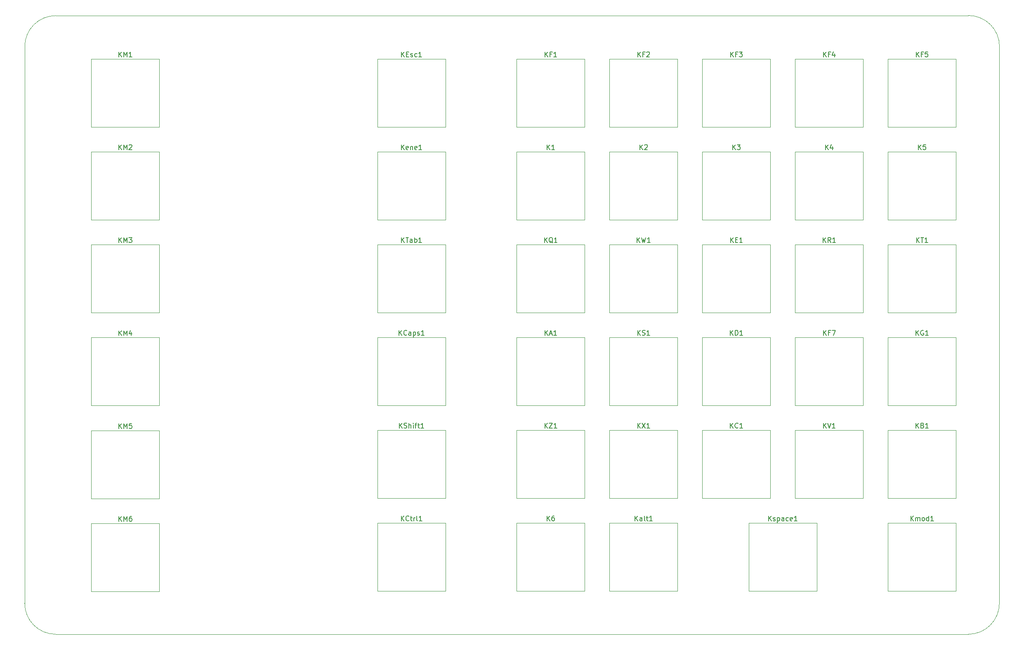
<source format=gto>
G04 #@! TF.GenerationSoftware,KiCad,Pcbnew,5.1.5*
G04 #@! TF.CreationDate,2020-04-06T16:13:34-07:00*
G04 #@! TF.ProjectId,keyboard,6b657962-6f61-4726-942e-6b696361645f,rev?*
G04 #@! TF.SameCoordinates,Original*
G04 #@! TF.FileFunction,Legend,Top*
G04 #@! TF.FilePolarity,Positive*
%FSLAX46Y46*%
G04 Gerber Fmt 4.6, Leading zero omitted, Abs format (unit mm)*
G04 Created by KiCad (PCBNEW 5.1.5) date 2020-04-06 16:13:34*
%MOMM*%
%LPD*%
G04 APERTURE LIST*
%ADD10C,0.120000*%
%ADD11C,0.150000*%
G04 APERTURE END LIST*
D10*
X46736000Y-47688500D02*
G75*
G02X53098700Y-41325800I6362700J0D01*
G01*
X53086000Y-168313100D02*
G75*
G02X46723300Y-161950400I0J6362700D01*
G01*
X246748300Y-161950400D02*
G75*
G02X240385600Y-168313100I-6362700J0D01*
G01*
X240411000Y-41300400D02*
G75*
G02X246773700Y-47663100I0J-6362700D01*
G01*
X246748300Y-161925000D02*
X246748300Y-47625000D01*
X46748700Y-47663100D02*
X46748700Y-162052000D01*
X240411000Y-41313100D02*
X53078380Y-41313100D01*
X53098700Y-168313100D02*
X240398300Y-168313100D01*
X60380880Y-64173100D02*
X60380880Y-50203100D01*
X74350880Y-64173100D02*
X60380880Y-64173100D01*
X74350880Y-50203100D02*
X74350880Y-64173100D01*
X60380880Y-50203100D02*
X74350880Y-50203100D01*
X147692110Y-64173100D02*
X147692110Y-50203100D01*
X161662110Y-64173100D02*
X147692110Y-64173100D01*
X161662110Y-50203100D02*
X161662110Y-64173100D01*
X147692110Y-50203100D02*
X161662110Y-50203100D01*
X147692110Y-83223100D02*
X147692110Y-69253100D01*
X161662110Y-83223100D02*
X147692110Y-83223100D01*
X161662110Y-69253100D02*
X161662110Y-83223100D01*
X147692110Y-69253100D02*
X161662110Y-69253100D01*
X166742110Y-83223100D02*
X166742110Y-69253100D01*
X180712110Y-83223100D02*
X166742110Y-83223100D01*
X180712110Y-69253100D02*
X180712110Y-83223100D01*
X166742110Y-69253100D02*
X180712110Y-69253100D01*
X185792110Y-83223100D02*
X185792110Y-69253100D01*
X199762110Y-83223100D02*
X185792110Y-83223100D01*
X199762110Y-69253100D02*
X199762110Y-83223100D01*
X185792110Y-69253100D02*
X199762110Y-69253100D01*
X204842110Y-83223100D02*
X204842110Y-69253100D01*
X218812110Y-83223100D02*
X204842110Y-83223100D01*
X218812110Y-69253100D02*
X218812110Y-83223100D01*
X204842110Y-69253100D02*
X218812110Y-69253100D01*
X223892110Y-83223100D02*
X223892110Y-69253100D01*
X237862110Y-83223100D02*
X223892110Y-83223100D01*
X237862110Y-69253100D02*
X237862110Y-83223100D01*
X223892110Y-69253100D02*
X237862110Y-69253100D01*
X147692110Y-159423100D02*
X147692110Y-145453100D01*
X161662110Y-159423100D02*
X147692110Y-159423100D01*
X161662110Y-145453100D02*
X161662110Y-159423100D01*
X147692110Y-145453100D02*
X161662110Y-145453100D01*
X166742110Y-159423100D02*
X166742110Y-145453100D01*
X180712110Y-159423100D02*
X166742110Y-159423100D01*
X180712110Y-145453100D02*
X180712110Y-159423100D01*
X166742110Y-145453100D02*
X180712110Y-145453100D01*
X147692110Y-121323100D02*
X147692110Y-107353100D01*
X161662110Y-121323100D02*
X147692110Y-121323100D01*
X161662110Y-107353100D02*
X161662110Y-121323100D01*
X147692110Y-107353100D02*
X161662110Y-107353100D01*
X223892110Y-140373100D02*
X223892110Y-126403100D01*
X237862110Y-140373100D02*
X223892110Y-140373100D01*
X237862110Y-126403100D02*
X237862110Y-140373100D01*
X223892110Y-126403100D02*
X237862110Y-126403100D01*
X185792110Y-140373100D02*
X185792110Y-126403100D01*
X199762110Y-140373100D02*
X185792110Y-140373100D01*
X199762110Y-126403100D02*
X199762110Y-140373100D01*
X185792110Y-126403100D02*
X199762110Y-126403100D01*
X119117110Y-121323100D02*
X119117110Y-107353100D01*
X133087110Y-121323100D02*
X119117110Y-121323100D01*
X133087110Y-107353100D02*
X133087110Y-121323100D01*
X119117110Y-107353100D02*
X133087110Y-107353100D01*
X119117110Y-159423100D02*
X119117110Y-145453100D01*
X133087110Y-159423100D02*
X119117110Y-159423100D01*
X133087110Y-145453100D02*
X133087110Y-159423100D01*
X119117110Y-145453100D02*
X133087110Y-145453100D01*
X185792110Y-121323100D02*
X185792110Y-107353100D01*
X199762110Y-121323100D02*
X185792110Y-121323100D01*
X199762110Y-107353100D02*
X199762110Y-121323100D01*
X185792110Y-107353100D02*
X199762110Y-107353100D01*
X185792110Y-102273100D02*
X185792110Y-88303100D01*
X199762110Y-102273100D02*
X185792110Y-102273100D01*
X199762110Y-88303100D02*
X199762110Y-102273100D01*
X185792110Y-88303100D02*
X199762110Y-88303100D01*
X119117110Y-83223100D02*
X119117110Y-69253100D01*
X133087110Y-83223100D02*
X119117110Y-83223100D01*
X133087110Y-69253100D02*
X133087110Y-83223100D01*
X119117110Y-69253100D02*
X133087110Y-69253100D01*
X119117110Y-64173100D02*
X119117110Y-50203100D01*
X133087110Y-64173100D02*
X119117110Y-64173100D01*
X133087110Y-50203100D02*
X133087110Y-64173100D01*
X119117110Y-50203100D02*
X133087110Y-50203100D01*
X166742110Y-64173100D02*
X166742110Y-50203100D01*
X180712110Y-64173100D02*
X166742110Y-64173100D01*
X180712110Y-50203100D02*
X180712110Y-64173100D01*
X166742110Y-50203100D02*
X180712110Y-50203100D01*
X185792110Y-64173100D02*
X185792110Y-50203100D01*
X199762110Y-64173100D02*
X185792110Y-64173100D01*
X199762110Y-50203100D02*
X199762110Y-64173100D01*
X185792110Y-50203100D02*
X199762110Y-50203100D01*
X204842110Y-64173100D02*
X204842110Y-50203100D01*
X218812110Y-64173100D02*
X204842110Y-64173100D01*
X218812110Y-50203100D02*
X218812110Y-64173100D01*
X204842110Y-50203100D02*
X218812110Y-50203100D01*
X223892110Y-64173100D02*
X223892110Y-50203100D01*
X237862110Y-64173100D02*
X223892110Y-64173100D01*
X237862110Y-50203100D02*
X237862110Y-64173100D01*
X223892110Y-50203100D02*
X237862110Y-50203100D01*
X204842110Y-121323100D02*
X204842110Y-107353100D01*
X218812110Y-121323100D02*
X204842110Y-121323100D01*
X218812110Y-107353100D02*
X218812110Y-121323100D01*
X204842110Y-107353100D02*
X218812110Y-107353100D01*
X223892110Y-121323100D02*
X223892110Y-107353100D01*
X237862110Y-121323100D02*
X223892110Y-121323100D01*
X237862110Y-107353100D02*
X237862110Y-121323100D01*
X223892110Y-107353100D02*
X237862110Y-107353100D01*
X60375800Y-83235800D02*
X60375800Y-69265800D01*
X74345800Y-83235800D02*
X60375800Y-83235800D01*
X74345800Y-69265800D02*
X74345800Y-83235800D01*
X60375800Y-69265800D02*
X74345800Y-69265800D01*
X60375800Y-102298500D02*
X60375800Y-88328500D01*
X74345800Y-102298500D02*
X60375800Y-102298500D01*
X74345800Y-88328500D02*
X74345800Y-102298500D01*
X60375800Y-88328500D02*
X74345800Y-88328500D01*
X60375800Y-121386600D02*
X60375800Y-107416600D01*
X74345800Y-121386600D02*
X60375800Y-121386600D01*
X74345800Y-107416600D02*
X74345800Y-121386600D01*
X60375800Y-107416600D02*
X74345800Y-107416600D01*
X60401200Y-140462000D02*
X60401200Y-126492000D01*
X74371200Y-140462000D02*
X60401200Y-140462000D01*
X74371200Y-126492000D02*
X74371200Y-140462000D01*
X60401200Y-126492000D02*
X74371200Y-126492000D01*
X60401200Y-159512000D02*
X60401200Y-145542000D01*
X74371200Y-159512000D02*
X60401200Y-159512000D01*
X74371200Y-145542000D02*
X74371200Y-159512000D01*
X60401200Y-145542000D02*
X74371200Y-145542000D01*
X147692110Y-102273100D02*
X147692110Y-88303100D01*
X161662110Y-102273100D02*
X147692110Y-102273100D01*
X161662110Y-88303100D02*
X161662110Y-102273100D01*
X147692110Y-88303100D02*
X161662110Y-88303100D01*
X204842110Y-102273100D02*
X204842110Y-88303100D01*
X218812110Y-102273100D02*
X204842110Y-102273100D01*
X218812110Y-88303100D02*
X218812110Y-102273100D01*
X204842110Y-88303100D02*
X218812110Y-88303100D01*
X166742110Y-121323100D02*
X166742110Y-107353100D01*
X180712110Y-121323100D02*
X166742110Y-121323100D01*
X180712110Y-107353100D02*
X180712110Y-121323100D01*
X166742110Y-107353100D02*
X180712110Y-107353100D01*
X119117110Y-140373100D02*
X119117110Y-126403100D01*
X133087110Y-140373100D02*
X119117110Y-140373100D01*
X133087110Y-126403100D02*
X133087110Y-140373100D01*
X119117110Y-126403100D02*
X133087110Y-126403100D01*
X223892110Y-102273100D02*
X223892110Y-88303100D01*
X237862110Y-102273100D02*
X223892110Y-102273100D01*
X237862110Y-88303100D02*
X237862110Y-102273100D01*
X223892110Y-88303100D02*
X237862110Y-88303100D01*
X119117110Y-102273100D02*
X119117110Y-88303100D01*
X133087110Y-102273100D02*
X119117110Y-102273100D01*
X133087110Y-88303100D02*
X133087110Y-102273100D01*
X119117110Y-88303100D02*
X133087110Y-88303100D01*
X204842110Y-140373100D02*
X204842110Y-126403100D01*
X218812110Y-140373100D02*
X204842110Y-140373100D01*
X218812110Y-126403100D02*
X218812110Y-140373100D01*
X204842110Y-126403100D02*
X218812110Y-126403100D01*
X166742110Y-102273100D02*
X166742110Y-88303100D01*
X180712110Y-102273100D02*
X166742110Y-102273100D01*
X180712110Y-88303100D02*
X180712110Y-102273100D01*
X166742110Y-88303100D02*
X180712110Y-88303100D01*
X166742110Y-140373100D02*
X166742110Y-126403100D01*
X180712110Y-140373100D02*
X166742110Y-140373100D01*
X180712110Y-126403100D02*
X180712110Y-140373100D01*
X166742110Y-126403100D02*
X180712110Y-126403100D01*
X147692110Y-140373100D02*
X147692110Y-126403100D01*
X161662110Y-140373100D02*
X147692110Y-140373100D01*
X161662110Y-126403100D02*
X161662110Y-140373100D01*
X147692110Y-126403100D02*
X161662110Y-126403100D01*
X223892110Y-159423100D02*
X223892110Y-145453100D01*
X237862110Y-159423100D02*
X223892110Y-159423100D01*
X237862110Y-145453100D02*
X237862110Y-159423100D01*
X223892110Y-145453100D02*
X237862110Y-145453100D01*
X195317110Y-159423100D02*
X195317110Y-145453100D01*
X209287110Y-159423100D02*
X195317110Y-159423100D01*
X209287110Y-145453100D02*
X209287110Y-159423100D01*
X195317110Y-145453100D02*
X209287110Y-145453100D01*
D11*
X66056356Y-49766480D02*
X66056356Y-48766480D01*
X66627784Y-49766480D02*
X66199213Y-49195052D01*
X66627784Y-48766480D02*
X66056356Y-49337909D01*
X67056356Y-49766480D02*
X67056356Y-48766480D01*
X67389689Y-49480766D01*
X67723022Y-48766480D01*
X67723022Y-49766480D01*
X68723022Y-49766480D02*
X68151594Y-49766480D01*
X68437308Y-49766480D02*
X68437308Y-48766480D01*
X68342070Y-48909338D01*
X68246832Y-49004576D01*
X68151594Y-49052195D01*
X153510443Y-49766480D02*
X153510443Y-48766480D01*
X154081871Y-49766480D02*
X153653300Y-49195052D01*
X154081871Y-48766480D02*
X153510443Y-49337909D01*
X154843776Y-49242671D02*
X154510443Y-49242671D01*
X154510443Y-49766480D02*
X154510443Y-48766480D01*
X154986633Y-48766480D01*
X155891395Y-49766480D02*
X155319967Y-49766480D01*
X155605681Y-49766480D02*
X155605681Y-48766480D01*
X155510443Y-48909338D01*
X155415205Y-49004576D01*
X155319967Y-49052195D01*
X153939014Y-68816480D02*
X153939014Y-67816480D01*
X154510443Y-68816480D02*
X154081871Y-68245052D01*
X154510443Y-67816480D02*
X153939014Y-68387909D01*
X155462824Y-68816480D02*
X154891395Y-68816480D01*
X155177110Y-68816480D02*
X155177110Y-67816480D01*
X155081871Y-67959338D01*
X154986633Y-68054576D01*
X154891395Y-68102195D01*
X172989014Y-68816480D02*
X172989014Y-67816480D01*
X173560443Y-68816480D02*
X173131871Y-68245052D01*
X173560443Y-67816480D02*
X172989014Y-68387909D01*
X173941395Y-67911719D02*
X173989014Y-67864100D01*
X174084252Y-67816480D01*
X174322348Y-67816480D01*
X174417586Y-67864100D01*
X174465205Y-67911719D01*
X174512824Y-68006957D01*
X174512824Y-68102195D01*
X174465205Y-68245052D01*
X173893776Y-68816480D01*
X174512824Y-68816480D01*
X192039014Y-68816480D02*
X192039014Y-67816480D01*
X192610443Y-68816480D02*
X192181871Y-68245052D01*
X192610443Y-67816480D02*
X192039014Y-68387909D01*
X192943776Y-67816480D02*
X193562824Y-67816480D01*
X193229490Y-68197433D01*
X193372348Y-68197433D01*
X193467586Y-68245052D01*
X193515205Y-68292671D01*
X193562824Y-68387909D01*
X193562824Y-68626004D01*
X193515205Y-68721242D01*
X193467586Y-68768861D01*
X193372348Y-68816480D01*
X193086633Y-68816480D01*
X192991395Y-68768861D01*
X192943776Y-68721242D01*
X211089014Y-68816480D02*
X211089014Y-67816480D01*
X211660443Y-68816480D02*
X211231871Y-68245052D01*
X211660443Y-67816480D02*
X211089014Y-68387909D01*
X212517586Y-68149814D02*
X212517586Y-68816480D01*
X212279490Y-67768861D02*
X212041395Y-68483147D01*
X212660443Y-68483147D01*
X230139014Y-68816480D02*
X230139014Y-67816480D01*
X230710443Y-68816480D02*
X230281871Y-68245052D01*
X230710443Y-67816480D02*
X230139014Y-68387909D01*
X231615205Y-67816480D02*
X231139014Y-67816480D01*
X231091395Y-68292671D01*
X231139014Y-68245052D01*
X231234252Y-68197433D01*
X231472348Y-68197433D01*
X231567586Y-68245052D01*
X231615205Y-68292671D01*
X231662824Y-68387909D01*
X231662824Y-68626004D01*
X231615205Y-68721242D01*
X231567586Y-68768861D01*
X231472348Y-68816480D01*
X231234252Y-68816480D01*
X231139014Y-68768861D01*
X231091395Y-68721242D01*
X153939014Y-145016480D02*
X153939014Y-144016480D01*
X154510443Y-145016480D02*
X154081871Y-144445052D01*
X154510443Y-144016480D02*
X153939014Y-144587909D01*
X155367586Y-144016480D02*
X155177110Y-144016480D01*
X155081871Y-144064100D01*
X155034252Y-144111719D01*
X154939014Y-144254576D01*
X154891395Y-144445052D01*
X154891395Y-144826004D01*
X154939014Y-144921242D01*
X154986633Y-144968861D01*
X155081871Y-145016480D01*
X155272348Y-145016480D01*
X155367586Y-144968861D01*
X155415205Y-144921242D01*
X155462824Y-144826004D01*
X155462824Y-144587909D01*
X155415205Y-144492671D01*
X155367586Y-144445052D01*
X155272348Y-144397433D01*
X155081871Y-144397433D01*
X154986633Y-144445052D01*
X154939014Y-144492671D01*
X154891395Y-144587909D01*
X171989014Y-145016480D02*
X171989014Y-144016480D01*
X172560443Y-145016480D02*
X172131871Y-144445052D01*
X172560443Y-144016480D02*
X171989014Y-144587909D01*
X173417586Y-145016480D02*
X173417586Y-144492671D01*
X173369967Y-144397433D01*
X173274729Y-144349814D01*
X173084252Y-144349814D01*
X172989014Y-144397433D01*
X173417586Y-144968861D02*
X173322348Y-145016480D01*
X173084252Y-145016480D01*
X172989014Y-144968861D01*
X172941395Y-144873623D01*
X172941395Y-144778385D01*
X172989014Y-144683147D01*
X173084252Y-144635528D01*
X173322348Y-144635528D01*
X173417586Y-144587909D01*
X174036633Y-145016480D02*
X173941395Y-144968861D01*
X173893776Y-144873623D01*
X173893776Y-144016480D01*
X174274729Y-144349814D02*
X174655681Y-144349814D01*
X174417586Y-144016480D02*
X174417586Y-144873623D01*
X174465205Y-144968861D01*
X174560443Y-145016480D01*
X174655681Y-145016480D01*
X175512824Y-145016480D02*
X174941395Y-145016480D01*
X175227110Y-145016480D02*
X175227110Y-144016480D01*
X175131871Y-144159338D01*
X175036633Y-144254576D01*
X174941395Y-144302195D01*
X153510443Y-106916480D02*
X153510443Y-105916480D01*
X154081871Y-106916480D02*
X153653300Y-106345052D01*
X154081871Y-105916480D02*
X153510443Y-106487909D01*
X154462824Y-106630766D02*
X154939014Y-106630766D01*
X154367586Y-106916480D02*
X154700919Y-105916480D01*
X155034252Y-106916480D01*
X155891395Y-106916480D02*
X155319967Y-106916480D01*
X155605681Y-106916480D02*
X155605681Y-105916480D01*
X155510443Y-106059338D01*
X155415205Y-106154576D01*
X155319967Y-106202195D01*
X229639014Y-125966480D02*
X229639014Y-124966480D01*
X230210443Y-125966480D02*
X229781871Y-125395052D01*
X230210443Y-124966480D02*
X229639014Y-125537909D01*
X230972348Y-125442671D02*
X231115205Y-125490290D01*
X231162824Y-125537909D01*
X231210443Y-125633147D01*
X231210443Y-125776004D01*
X231162824Y-125871242D01*
X231115205Y-125918861D01*
X231019967Y-125966480D01*
X230639014Y-125966480D01*
X230639014Y-124966480D01*
X230972348Y-124966480D01*
X231067586Y-125014100D01*
X231115205Y-125061719D01*
X231162824Y-125156957D01*
X231162824Y-125252195D01*
X231115205Y-125347433D01*
X231067586Y-125395052D01*
X230972348Y-125442671D01*
X230639014Y-125442671D01*
X232162824Y-125966480D02*
X231591395Y-125966480D01*
X231877110Y-125966480D02*
X231877110Y-124966480D01*
X231781871Y-125109338D01*
X231686633Y-125204576D01*
X231591395Y-125252195D01*
X191539014Y-125966480D02*
X191539014Y-124966480D01*
X192110443Y-125966480D02*
X191681871Y-125395052D01*
X192110443Y-124966480D02*
X191539014Y-125537909D01*
X193110443Y-125871242D02*
X193062824Y-125918861D01*
X192919967Y-125966480D01*
X192824729Y-125966480D01*
X192681871Y-125918861D01*
X192586633Y-125823623D01*
X192539014Y-125728385D01*
X192491395Y-125537909D01*
X192491395Y-125395052D01*
X192539014Y-125204576D01*
X192586633Y-125109338D01*
X192681871Y-125014100D01*
X192824729Y-124966480D01*
X192919967Y-124966480D01*
X193062824Y-125014100D01*
X193110443Y-125061719D01*
X194062824Y-125966480D02*
X193491395Y-125966480D01*
X193777110Y-125966480D02*
X193777110Y-124966480D01*
X193681871Y-125109338D01*
X193586633Y-125204576D01*
X193491395Y-125252195D01*
X123554490Y-106916480D02*
X123554490Y-105916480D01*
X124125919Y-106916480D02*
X123697348Y-106345052D01*
X124125919Y-105916480D02*
X123554490Y-106487909D01*
X125125919Y-106821242D02*
X125078300Y-106868861D01*
X124935443Y-106916480D01*
X124840205Y-106916480D01*
X124697348Y-106868861D01*
X124602110Y-106773623D01*
X124554490Y-106678385D01*
X124506871Y-106487909D01*
X124506871Y-106345052D01*
X124554490Y-106154576D01*
X124602110Y-106059338D01*
X124697348Y-105964100D01*
X124840205Y-105916480D01*
X124935443Y-105916480D01*
X125078300Y-105964100D01*
X125125919Y-106011719D01*
X125983062Y-106916480D02*
X125983062Y-106392671D01*
X125935443Y-106297433D01*
X125840205Y-106249814D01*
X125649729Y-106249814D01*
X125554490Y-106297433D01*
X125983062Y-106868861D02*
X125887824Y-106916480D01*
X125649729Y-106916480D01*
X125554490Y-106868861D01*
X125506871Y-106773623D01*
X125506871Y-106678385D01*
X125554490Y-106583147D01*
X125649729Y-106535528D01*
X125887824Y-106535528D01*
X125983062Y-106487909D01*
X126459252Y-106249814D02*
X126459252Y-107249814D01*
X126459252Y-106297433D02*
X126554490Y-106249814D01*
X126744967Y-106249814D01*
X126840205Y-106297433D01*
X126887824Y-106345052D01*
X126935443Y-106440290D01*
X126935443Y-106726004D01*
X126887824Y-106821242D01*
X126840205Y-106868861D01*
X126744967Y-106916480D01*
X126554490Y-106916480D01*
X126459252Y-106868861D01*
X127316395Y-106868861D02*
X127411633Y-106916480D01*
X127602110Y-106916480D01*
X127697348Y-106868861D01*
X127744967Y-106773623D01*
X127744967Y-106726004D01*
X127697348Y-106630766D01*
X127602110Y-106583147D01*
X127459252Y-106583147D01*
X127364014Y-106535528D01*
X127316395Y-106440290D01*
X127316395Y-106392671D01*
X127364014Y-106297433D01*
X127459252Y-106249814D01*
X127602110Y-106249814D01*
X127697348Y-106297433D01*
X128697348Y-106916480D02*
X128125919Y-106916480D01*
X128411633Y-106916480D02*
X128411633Y-105916480D01*
X128316395Y-106059338D01*
X128221157Y-106154576D01*
X128125919Y-106202195D01*
X124006871Y-145016480D02*
X124006871Y-144016480D01*
X124578300Y-145016480D02*
X124149729Y-144445052D01*
X124578300Y-144016480D02*
X124006871Y-144587909D01*
X125578300Y-144921242D02*
X125530681Y-144968861D01*
X125387824Y-145016480D01*
X125292586Y-145016480D01*
X125149729Y-144968861D01*
X125054490Y-144873623D01*
X125006871Y-144778385D01*
X124959252Y-144587909D01*
X124959252Y-144445052D01*
X125006871Y-144254576D01*
X125054490Y-144159338D01*
X125149729Y-144064100D01*
X125292586Y-144016480D01*
X125387824Y-144016480D01*
X125530681Y-144064100D01*
X125578300Y-144111719D01*
X125864014Y-144349814D02*
X126244967Y-144349814D01*
X126006871Y-144016480D02*
X126006871Y-144873623D01*
X126054490Y-144968861D01*
X126149729Y-145016480D01*
X126244967Y-145016480D01*
X126578300Y-145016480D02*
X126578300Y-144349814D01*
X126578300Y-144540290D02*
X126625919Y-144445052D01*
X126673538Y-144397433D01*
X126768776Y-144349814D01*
X126864014Y-144349814D01*
X127340205Y-145016480D02*
X127244967Y-144968861D01*
X127197348Y-144873623D01*
X127197348Y-144016480D01*
X128244967Y-145016480D02*
X127673538Y-145016480D01*
X127959252Y-145016480D02*
X127959252Y-144016480D01*
X127864014Y-144159338D01*
X127768776Y-144254576D01*
X127673538Y-144302195D01*
X191539014Y-106916480D02*
X191539014Y-105916480D01*
X192110443Y-106916480D02*
X191681871Y-106345052D01*
X192110443Y-105916480D02*
X191539014Y-106487909D01*
X192539014Y-106916480D02*
X192539014Y-105916480D01*
X192777110Y-105916480D01*
X192919967Y-105964100D01*
X193015205Y-106059338D01*
X193062824Y-106154576D01*
X193110443Y-106345052D01*
X193110443Y-106487909D01*
X193062824Y-106678385D01*
X193015205Y-106773623D01*
X192919967Y-106868861D01*
X192777110Y-106916480D01*
X192539014Y-106916480D01*
X194062824Y-106916480D02*
X193491395Y-106916480D01*
X193777110Y-106916480D02*
X193777110Y-105916480D01*
X193681871Y-106059338D01*
X193586633Y-106154576D01*
X193491395Y-106202195D01*
X191586633Y-87866480D02*
X191586633Y-86866480D01*
X192158062Y-87866480D02*
X191729490Y-87295052D01*
X192158062Y-86866480D02*
X191586633Y-87437909D01*
X192586633Y-87342671D02*
X192919967Y-87342671D01*
X193062824Y-87866480D02*
X192586633Y-87866480D01*
X192586633Y-86866480D01*
X193062824Y-86866480D01*
X194015205Y-87866480D02*
X193443776Y-87866480D01*
X193729490Y-87866480D02*
X193729490Y-86866480D01*
X193634252Y-87009338D01*
X193539014Y-87104576D01*
X193443776Y-87152195D01*
X124054490Y-68816480D02*
X124054490Y-67816480D01*
X124625919Y-68816480D02*
X124197348Y-68245052D01*
X124625919Y-67816480D02*
X124054490Y-68387909D01*
X125435443Y-68768861D02*
X125340205Y-68816480D01*
X125149729Y-68816480D01*
X125054490Y-68768861D01*
X125006871Y-68673623D01*
X125006871Y-68292671D01*
X125054490Y-68197433D01*
X125149729Y-68149814D01*
X125340205Y-68149814D01*
X125435443Y-68197433D01*
X125483062Y-68292671D01*
X125483062Y-68387909D01*
X125006871Y-68483147D01*
X125911633Y-68149814D02*
X125911633Y-68816480D01*
X125911633Y-68245052D02*
X125959252Y-68197433D01*
X126054490Y-68149814D01*
X126197348Y-68149814D01*
X126292586Y-68197433D01*
X126340205Y-68292671D01*
X126340205Y-68816480D01*
X127197348Y-68768861D02*
X127102110Y-68816480D01*
X126911633Y-68816480D01*
X126816395Y-68768861D01*
X126768776Y-68673623D01*
X126768776Y-68292671D01*
X126816395Y-68197433D01*
X126911633Y-68149814D01*
X127102110Y-68149814D01*
X127197348Y-68197433D01*
X127244967Y-68292671D01*
X127244967Y-68387909D01*
X126768776Y-68483147D01*
X128197348Y-68816480D02*
X127625919Y-68816480D01*
X127911633Y-68816480D02*
X127911633Y-67816480D01*
X127816395Y-67959338D01*
X127721157Y-68054576D01*
X127625919Y-68102195D01*
X124078300Y-49766480D02*
X124078300Y-48766480D01*
X124649729Y-49766480D02*
X124221157Y-49195052D01*
X124649729Y-48766480D02*
X124078300Y-49337909D01*
X125078300Y-49242671D02*
X125411633Y-49242671D01*
X125554490Y-49766480D02*
X125078300Y-49766480D01*
X125078300Y-48766480D01*
X125554490Y-48766480D01*
X125935443Y-49718861D02*
X126030681Y-49766480D01*
X126221157Y-49766480D01*
X126316395Y-49718861D01*
X126364014Y-49623623D01*
X126364014Y-49576004D01*
X126316395Y-49480766D01*
X126221157Y-49433147D01*
X126078300Y-49433147D01*
X125983062Y-49385528D01*
X125935443Y-49290290D01*
X125935443Y-49242671D01*
X125983062Y-49147433D01*
X126078300Y-49099814D01*
X126221157Y-49099814D01*
X126316395Y-49147433D01*
X127221157Y-49718861D02*
X127125919Y-49766480D01*
X126935443Y-49766480D01*
X126840205Y-49718861D01*
X126792586Y-49671242D01*
X126744967Y-49576004D01*
X126744967Y-49290290D01*
X126792586Y-49195052D01*
X126840205Y-49147433D01*
X126935443Y-49099814D01*
X127125919Y-49099814D01*
X127221157Y-49147433D01*
X128173538Y-49766480D02*
X127602110Y-49766480D01*
X127887824Y-49766480D02*
X127887824Y-48766480D01*
X127792586Y-48909338D01*
X127697348Y-49004576D01*
X127602110Y-49052195D01*
X172560443Y-49766480D02*
X172560443Y-48766480D01*
X173131871Y-49766480D02*
X172703300Y-49195052D01*
X173131871Y-48766480D02*
X172560443Y-49337909D01*
X173893776Y-49242671D02*
X173560443Y-49242671D01*
X173560443Y-49766480D02*
X173560443Y-48766480D01*
X174036633Y-48766480D01*
X174369967Y-48861719D02*
X174417586Y-48814100D01*
X174512824Y-48766480D01*
X174750919Y-48766480D01*
X174846157Y-48814100D01*
X174893776Y-48861719D01*
X174941395Y-48956957D01*
X174941395Y-49052195D01*
X174893776Y-49195052D01*
X174322348Y-49766480D01*
X174941395Y-49766480D01*
X191610443Y-49766480D02*
X191610443Y-48766480D01*
X192181871Y-49766480D02*
X191753300Y-49195052D01*
X192181871Y-48766480D02*
X191610443Y-49337909D01*
X192943776Y-49242671D02*
X192610443Y-49242671D01*
X192610443Y-49766480D02*
X192610443Y-48766480D01*
X193086633Y-48766480D01*
X193372348Y-48766480D02*
X193991395Y-48766480D01*
X193658062Y-49147433D01*
X193800919Y-49147433D01*
X193896157Y-49195052D01*
X193943776Y-49242671D01*
X193991395Y-49337909D01*
X193991395Y-49576004D01*
X193943776Y-49671242D01*
X193896157Y-49718861D01*
X193800919Y-49766480D01*
X193515205Y-49766480D01*
X193419967Y-49718861D01*
X193372348Y-49671242D01*
X210660443Y-49766480D02*
X210660443Y-48766480D01*
X211231871Y-49766480D02*
X210803300Y-49195052D01*
X211231871Y-48766480D02*
X210660443Y-49337909D01*
X211993776Y-49242671D02*
X211660443Y-49242671D01*
X211660443Y-49766480D02*
X211660443Y-48766480D01*
X212136633Y-48766480D01*
X212946157Y-49099814D02*
X212946157Y-49766480D01*
X212708062Y-48718861D02*
X212469967Y-49433147D01*
X213089014Y-49433147D01*
X229710443Y-49766480D02*
X229710443Y-48766480D01*
X230281871Y-49766480D02*
X229853300Y-49195052D01*
X230281871Y-48766480D02*
X229710443Y-49337909D01*
X231043776Y-49242671D02*
X230710443Y-49242671D01*
X230710443Y-49766480D02*
X230710443Y-48766480D01*
X231186633Y-48766480D01*
X232043776Y-48766480D02*
X231567586Y-48766480D01*
X231519967Y-49242671D01*
X231567586Y-49195052D01*
X231662824Y-49147433D01*
X231900919Y-49147433D01*
X231996157Y-49195052D01*
X232043776Y-49242671D01*
X232091395Y-49337909D01*
X232091395Y-49576004D01*
X232043776Y-49671242D01*
X231996157Y-49718861D01*
X231900919Y-49766480D01*
X231662824Y-49766480D01*
X231567586Y-49718861D01*
X231519967Y-49671242D01*
X210660443Y-106916480D02*
X210660443Y-105916480D01*
X211231871Y-106916480D02*
X210803300Y-106345052D01*
X211231871Y-105916480D02*
X210660443Y-106487909D01*
X211993776Y-106392671D02*
X211660443Y-106392671D01*
X211660443Y-106916480D02*
X211660443Y-105916480D01*
X212136633Y-105916480D01*
X212422348Y-105916480D02*
X213089014Y-105916480D01*
X212660443Y-106916480D01*
X229639014Y-106916480D02*
X229639014Y-105916480D01*
X230210443Y-106916480D02*
X229781871Y-106345052D01*
X230210443Y-105916480D02*
X229639014Y-106487909D01*
X231162824Y-105964100D02*
X231067586Y-105916480D01*
X230924729Y-105916480D01*
X230781871Y-105964100D01*
X230686633Y-106059338D01*
X230639014Y-106154576D01*
X230591395Y-106345052D01*
X230591395Y-106487909D01*
X230639014Y-106678385D01*
X230686633Y-106773623D01*
X230781871Y-106868861D01*
X230924729Y-106916480D01*
X231019967Y-106916480D01*
X231162824Y-106868861D01*
X231210443Y-106821242D01*
X231210443Y-106487909D01*
X231019967Y-106487909D01*
X232162824Y-106916480D02*
X231591395Y-106916480D01*
X231877110Y-106916480D02*
X231877110Y-105916480D01*
X231781871Y-106059338D01*
X231686633Y-106154576D01*
X231591395Y-106202195D01*
X66051276Y-68829180D02*
X66051276Y-67829180D01*
X66622704Y-68829180D02*
X66194133Y-68257752D01*
X66622704Y-67829180D02*
X66051276Y-68400609D01*
X67051276Y-68829180D02*
X67051276Y-67829180D01*
X67384609Y-68543466D01*
X67717942Y-67829180D01*
X67717942Y-68829180D01*
X68146514Y-67924419D02*
X68194133Y-67876800D01*
X68289371Y-67829180D01*
X68527466Y-67829180D01*
X68622704Y-67876800D01*
X68670323Y-67924419D01*
X68717942Y-68019657D01*
X68717942Y-68114895D01*
X68670323Y-68257752D01*
X68098895Y-68829180D01*
X68717942Y-68829180D01*
X66051276Y-87891880D02*
X66051276Y-86891880D01*
X66622704Y-87891880D02*
X66194133Y-87320452D01*
X66622704Y-86891880D02*
X66051276Y-87463309D01*
X67051276Y-87891880D02*
X67051276Y-86891880D01*
X67384609Y-87606166D01*
X67717942Y-86891880D01*
X67717942Y-87891880D01*
X68098895Y-86891880D02*
X68717942Y-86891880D01*
X68384609Y-87272833D01*
X68527466Y-87272833D01*
X68622704Y-87320452D01*
X68670323Y-87368071D01*
X68717942Y-87463309D01*
X68717942Y-87701404D01*
X68670323Y-87796642D01*
X68622704Y-87844261D01*
X68527466Y-87891880D01*
X68241752Y-87891880D01*
X68146514Y-87844261D01*
X68098895Y-87796642D01*
X66051276Y-106979980D02*
X66051276Y-105979980D01*
X66622704Y-106979980D02*
X66194133Y-106408552D01*
X66622704Y-105979980D02*
X66051276Y-106551409D01*
X67051276Y-106979980D02*
X67051276Y-105979980D01*
X67384609Y-106694266D01*
X67717942Y-105979980D01*
X67717942Y-106979980D01*
X68622704Y-106313314D02*
X68622704Y-106979980D01*
X68384609Y-105932361D02*
X68146514Y-106646647D01*
X68765561Y-106646647D01*
X66076676Y-126055380D02*
X66076676Y-125055380D01*
X66648104Y-126055380D02*
X66219533Y-125483952D01*
X66648104Y-125055380D02*
X66076676Y-125626809D01*
X67076676Y-126055380D02*
X67076676Y-125055380D01*
X67410009Y-125769666D01*
X67743342Y-125055380D01*
X67743342Y-126055380D01*
X68695723Y-125055380D02*
X68219533Y-125055380D01*
X68171914Y-125531571D01*
X68219533Y-125483952D01*
X68314771Y-125436333D01*
X68552866Y-125436333D01*
X68648104Y-125483952D01*
X68695723Y-125531571D01*
X68743342Y-125626809D01*
X68743342Y-125864904D01*
X68695723Y-125960142D01*
X68648104Y-126007761D01*
X68552866Y-126055380D01*
X68314771Y-126055380D01*
X68219533Y-126007761D01*
X68171914Y-125960142D01*
X66076676Y-145105380D02*
X66076676Y-144105380D01*
X66648104Y-145105380D02*
X66219533Y-144533952D01*
X66648104Y-144105380D02*
X66076676Y-144676809D01*
X67076676Y-145105380D02*
X67076676Y-144105380D01*
X67410009Y-144819666D01*
X67743342Y-144105380D01*
X67743342Y-145105380D01*
X68648104Y-144105380D02*
X68457628Y-144105380D01*
X68362390Y-144153000D01*
X68314771Y-144200619D01*
X68219533Y-144343476D01*
X68171914Y-144533952D01*
X68171914Y-144914904D01*
X68219533Y-145010142D01*
X68267152Y-145057761D01*
X68362390Y-145105380D01*
X68552866Y-145105380D01*
X68648104Y-145057761D01*
X68695723Y-145010142D01*
X68743342Y-144914904D01*
X68743342Y-144676809D01*
X68695723Y-144581571D01*
X68648104Y-144533952D01*
X68552866Y-144486333D01*
X68362390Y-144486333D01*
X68267152Y-144533952D01*
X68219533Y-144581571D01*
X68171914Y-144676809D01*
X153415205Y-87866480D02*
X153415205Y-86866480D01*
X153986633Y-87866480D02*
X153558062Y-87295052D01*
X153986633Y-86866480D02*
X153415205Y-87437909D01*
X155081871Y-87961719D02*
X154986633Y-87914100D01*
X154891395Y-87818861D01*
X154748538Y-87676004D01*
X154653300Y-87628385D01*
X154558062Y-87628385D01*
X154605681Y-87866480D02*
X154510443Y-87818861D01*
X154415205Y-87723623D01*
X154367586Y-87533147D01*
X154367586Y-87199814D01*
X154415205Y-87009338D01*
X154510443Y-86914100D01*
X154605681Y-86866480D01*
X154796157Y-86866480D01*
X154891395Y-86914100D01*
X154986633Y-87009338D01*
X155034252Y-87199814D01*
X155034252Y-87533147D01*
X154986633Y-87723623D01*
X154891395Y-87818861D01*
X154796157Y-87866480D01*
X154605681Y-87866480D01*
X155986633Y-87866480D02*
X155415205Y-87866480D01*
X155700919Y-87866480D02*
X155700919Y-86866480D01*
X155605681Y-87009338D01*
X155510443Y-87104576D01*
X155415205Y-87152195D01*
X210589014Y-87866480D02*
X210589014Y-86866480D01*
X211160443Y-87866480D02*
X210731871Y-87295052D01*
X211160443Y-86866480D02*
X210589014Y-87437909D01*
X212160443Y-87866480D02*
X211827110Y-87390290D01*
X211589014Y-87866480D02*
X211589014Y-86866480D01*
X211969967Y-86866480D01*
X212065205Y-86914100D01*
X212112824Y-86961719D01*
X212160443Y-87056957D01*
X212160443Y-87199814D01*
X212112824Y-87295052D01*
X212065205Y-87342671D01*
X211969967Y-87390290D01*
X211589014Y-87390290D01*
X213112824Y-87866480D02*
X212541395Y-87866480D01*
X212827110Y-87866480D02*
X212827110Y-86866480D01*
X212731871Y-87009338D01*
X212636633Y-87104576D01*
X212541395Y-87152195D01*
X172512824Y-106916480D02*
X172512824Y-105916480D01*
X173084252Y-106916480D02*
X172655681Y-106345052D01*
X173084252Y-105916480D02*
X172512824Y-106487909D01*
X173465205Y-106868861D02*
X173608062Y-106916480D01*
X173846157Y-106916480D01*
X173941395Y-106868861D01*
X173989014Y-106821242D01*
X174036633Y-106726004D01*
X174036633Y-106630766D01*
X173989014Y-106535528D01*
X173941395Y-106487909D01*
X173846157Y-106440290D01*
X173655681Y-106392671D01*
X173560443Y-106345052D01*
X173512824Y-106297433D01*
X173465205Y-106202195D01*
X173465205Y-106106957D01*
X173512824Y-106011719D01*
X173560443Y-105964100D01*
X173655681Y-105916480D01*
X173893776Y-105916480D01*
X174036633Y-105964100D01*
X174989014Y-106916480D02*
X174417586Y-106916480D01*
X174703300Y-106916480D02*
X174703300Y-105916480D01*
X174608062Y-106059338D01*
X174512824Y-106154576D01*
X174417586Y-106202195D01*
X123625919Y-125966480D02*
X123625919Y-124966480D01*
X124197348Y-125966480D02*
X123768776Y-125395052D01*
X124197348Y-124966480D02*
X123625919Y-125537909D01*
X124578300Y-125918861D02*
X124721157Y-125966480D01*
X124959252Y-125966480D01*
X125054490Y-125918861D01*
X125102110Y-125871242D01*
X125149729Y-125776004D01*
X125149729Y-125680766D01*
X125102110Y-125585528D01*
X125054490Y-125537909D01*
X124959252Y-125490290D01*
X124768776Y-125442671D01*
X124673538Y-125395052D01*
X124625919Y-125347433D01*
X124578300Y-125252195D01*
X124578300Y-125156957D01*
X124625919Y-125061719D01*
X124673538Y-125014100D01*
X124768776Y-124966480D01*
X125006871Y-124966480D01*
X125149729Y-125014100D01*
X125578300Y-125966480D02*
X125578300Y-124966480D01*
X126006871Y-125966480D02*
X126006871Y-125442671D01*
X125959252Y-125347433D01*
X125864014Y-125299814D01*
X125721157Y-125299814D01*
X125625919Y-125347433D01*
X125578300Y-125395052D01*
X126483062Y-125966480D02*
X126483062Y-125299814D01*
X126483062Y-124966480D02*
X126435443Y-125014100D01*
X126483062Y-125061719D01*
X126530681Y-125014100D01*
X126483062Y-124966480D01*
X126483062Y-125061719D01*
X126816395Y-125299814D02*
X127197348Y-125299814D01*
X126959252Y-125966480D02*
X126959252Y-125109338D01*
X127006871Y-125014100D01*
X127102110Y-124966480D01*
X127197348Y-124966480D01*
X127387824Y-125299814D02*
X127768776Y-125299814D01*
X127530681Y-124966480D02*
X127530681Y-125823623D01*
X127578300Y-125918861D01*
X127673538Y-125966480D01*
X127768776Y-125966480D01*
X128625919Y-125966480D02*
X128054490Y-125966480D01*
X128340205Y-125966480D02*
X128340205Y-124966480D01*
X128244967Y-125109338D01*
X128149729Y-125204576D01*
X128054490Y-125252195D01*
X229758062Y-87866480D02*
X229758062Y-86866480D01*
X230329490Y-87866480D02*
X229900919Y-87295052D01*
X230329490Y-86866480D02*
X229758062Y-87437909D01*
X230615205Y-86866480D02*
X231186633Y-86866480D01*
X230900919Y-87866480D02*
X230900919Y-86866480D01*
X232043776Y-87866480D02*
X231472348Y-87866480D01*
X231758062Y-87866480D02*
X231758062Y-86866480D01*
X231662824Y-87009338D01*
X231567586Y-87104576D01*
X231472348Y-87152195D01*
X124078300Y-87866480D02*
X124078300Y-86866480D01*
X124649729Y-87866480D02*
X124221157Y-87295052D01*
X124649729Y-86866480D02*
X124078300Y-87437909D01*
X124935443Y-86866480D02*
X125506871Y-86866480D01*
X125221157Y-87866480D02*
X125221157Y-86866480D01*
X126268776Y-87866480D02*
X126268776Y-87342671D01*
X126221157Y-87247433D01*
X126125919Y-87199814D01*
X125935443Y-87199814D01*
X125840205Y-87247433D01*
X126268776Y-87818861D02*
X126173538Y-87866480D01*
X125935443Y-87866480D01*
X125840205Y-87818861D01*
X125792586Y-87723623D01*
X125792586Y-87628385D01*
X125840205Y-87533147D01*
X125935443Y-87485528D01*
X126173538Y-87485528D01*
X126268776Y-87437909D01*
X126744967Y-87866480D02*
X126744967Y-86866480D01*
X126744967Y-87247433D02*
X126840205Y-87199814D01*
X127030681Y-87199814D01*
X127125919Y-87247433D01*
X127173538Y-87295052D01*
X127221157Y-87390290D01*
X127221157Y-87676004D01*
X127173538Y-87771242D01*
X127125919Y-87818861D01*
X127030681Y-87866480D01*
X126840205Y-87866480D01*
X126744967Y-87818861D01*
X128173538Y-87866480D02*
X127602110Y-87866480D01*
X127887824Y-87866480D02*
X127887824Y-86866480D01*
X127792586Y-87009338D01*
X127697348Y-87104576D01*
X127602110Y-87152195D01*
X210660443Y-125966480D02*
X210660443Y-124966480D01*
X211231871Y-125966480D02*
X210803300Y-125395052D01*
X211231871Y-124966480D02*
X210660443Y-125537909D01*
X211517586Y-124966480D02*
X211850919Y-125966480D01*
X212184252Y-124966480D01*
X213041395Y-125966480D02*
X212469967Y-125966480D01*
X212755681Y-125966480D02*
X212755681Y-124966480D01*
X212660443Y-125109338D01*
X212565205Y-125204576D01*
X212469967Y-125252195D01*
X172417586Y-87866480D02*
X172417586Y-86866480D01*
X172989014Y-87866480D02*
X172560443Y-87295052D01*
X172989014Y-86866480D02*
X172417586Y-87437909D01*
X173322348Y-86866480D02*
X173560443Y-87866480D01*
X173750919Y-87152195D01*
X173941395Y-87866480D01*
X174179490Y-86866480D01*
X175084252Y-87866480D02*
X174512824Y-87866480D01*
X174798538Y-87866480D02*
X174798538Y-86866480D01*
X174703300Y-87009338D01*
X174608062Y-87104576D01*
X174512824Y-87152195D01*
X172512824Y-125966480D02*
X172512824Y-124966480D01*
X173084252Y-125966480D02*
X172655681Y-125395052D01*
X173084252Y-124966480D02*
X172512824Y-125537909D01*
X173417586Y-124966480D02*
X174084252Y-125966480D01*
X174084252Y-124966480D02*
X173417586Y-125966480D01*
X174989014Y-125966480D02*
X174417586Y-125966480D01*
X174703300Y-125966480D02*
X174703300Y-124966480D01*
X174608062Y-125109338D01*
X174512824Y-125204576D01*
X174417586Y-125252195D01*
X153462824Y-125966480D02*
X153462824Y-124966480D01*
X154034252Y-125966480D02*
X153605681Y-125395052D01*
X154034252Y-124966480D02*
X153462824Y-125537909D01*
X154367586Y-124966480D02*
X155034252Y-124966480D01*
X154367586Y-125966480D01*
X155034252Y-125966480D01*
X155939014Y-125966480D02*
X155367586Y-125966480D01*
X155653300Y-125966480D02*
X155653300Y-124966480D01*
X155558062Y-125109338D01*
X155462824Y-125204576D01*
X155367586Y-125252195D01*
X228567586Y-145016480D02*
X228567586Y-144016480D01*
X229139014Y-145016480D02*
X228710443Y-144445052D01*
X229139014Y-144016480D02*
X228567586Y-144587909D01*
X229567586Y-145016480D02*
X229567586Y-144349814D01*
X229567586Y-144445052D02*
X229615205Y-144397433D01*
X229710443Y-144349814D01*
X229853300Y-144349814D01*
X229948538Y-144397433D01*
X229996157Y-144492671D01*
X229996157Y-145016480D01*
X229996157Y-144492671D02*
X230043776Y-144397433D01*
X230139014Y-144349814D01*
X230281871Y-144349814D01*
X230377110Y-144397433D01*
X230424729Y-144492671D01*
X230424729Y-145016480D01*
X231043776Y-145016480D02*
X230948538Y-144968861D01*
X230900919Y-144921242D01*
X230853300Y-144826004D01*
X230853300Y-144540290D01*
X230900919Y-144445052D01*
X230948538Y-144397433D01*
X231043776Y-144349814D01*
X231186633Y-144349814D01*
X231281871Y-144397433D01*
X231329490Y-144445052D01*
X231377110Y-144540290D01*
X231377110Y-144826004D01*
X231329490Y-144921242D01*
X231281871Y-144968861D01*
X231186633Y-145016480D01*
X231043776Y-145016480D01*
X232234252Y-145016480D02*
X232234252Y-144016480D01*
X232234252Y-144968861D02*
X232139014Y-145016480D01*
X231948538Y-145016480D01*
X231853300Y-144968861D01*
X231805681Y-144921242D01*
X231758062Y-144826004D01*
X231758062Y-144540290D01*
X231805681Y-144445052D01*
X231853300Y-144397433D01*
X231948538Y-144349814D01*
X232139014Y-144349814D01*
X232234252Y-144397433D01*
X233234252Y-145016480D02*
X232662824Y-145016480D01*
X232948538Y-145016480D02*
X232948538Y-144016480D01*
X232853300Y-144159338D01*
X232758062Y-144254576D01*
X232662824Y-144302195D01*
X199397348Y-145016480D02*
X199397348Y-144016480D01*
X199968776Y-145016480D02*
X199540205Y-144445052D01*
X199968776Y-144016480D02*
X199397348Y-144587909D01*
X200349729Y-144968861D02*
X200444967Y-145016480D01*
X200635443Y-145016480D01*
X200730681Y-144968861D01*
X200778300Y-144873623D01*
X200778300Y-144826004D01*
X200730681Y-144730766D01*
X200635443Y-144683147D01*
X200492586Y-144683147D01*
X200397348Y-144635528D01*
X200349729Y-144540290D01*
X200349729Y-144492671D01*
X200397348Y-144397433D01*
X200492586Y-144349814D01*
X200635443Y-144349814D01*
X200730681Y-144397433D01*
X201206871Y-144349814D02*
X201206871Y-145349814D01*
X201206871Y-144397433D02*
X201302110Y-144349814D01*
X201492586Y-144349814D01*
X201587824Y-144397433D01*
X201635443Y-144445052D01*
X201683062Y-144540290D01*
X201683062Y-144826004D01*
X201635443Y-144921242D01*
X201587824Y-144968861D01*
X201492586Y-145016480D01*
X201302110Y-145016480D01*
X201206871Y-144968861D01*
X202540205Y-145016480D02*
X202540205Y-144492671D01*
X202492586Y-144397433D01*
X202397348Y-144349814D01*
X202206871Y-144349814D01*
X202111633Y-144397433D01*
X202540205Y-144968861D02*
X202444967Y-145016480D01*
X202206871Y-145016480D01*
X202111633Y-144968861D01*
X202064014Y-144873623D01*
X202064014Y-144778385D01*
X202111633Y-144683147D01*
X202206871Y-144635528D01*
X202444967Y-144635528D01*
X202540205Y-144587909D01*
X203444967Y-144968861D02*
X203349729Y-145016480D01*
X203159252Y-145016480D01*
X203064014Y-144968861D01*
X203016395Y-144921242D01*
X202968776Y-144826004D01*
X202968776Y-144540290D01*
X203016395Y-144445052D01*
X203064014Y-144397433D01*
X203159252Y-144349814D01*
X203349729Y-144349814D01*
X203444967Y-144397433D01*
X204254490Y-144968861D02*
X204159252Y-145016480D01*
X203968776Y-145016480D01*
X203873538Y-144968861D01*
X203825919Y-144873623D01*
X203825919Y-144492671D01*
X203873538Y-144397433D01*
X203968776Y-144349814D01*
X204159252Y-144349814D01*
X204254490Y-144397433D01*
X204302110Y-144492671D01*
X204302110Y-144587909D01*
X203825919Y-144683147D01*
X205254490Y-145016480D02*
X204683062Y-145016480D01*
X204968776Y-145016480D02*
X204968776Y-144016480D01*
X204873538Y-144159338D01*
X204778300Y-144254576D01*
X204683062Y-144302195D01*
M02*

</source>
